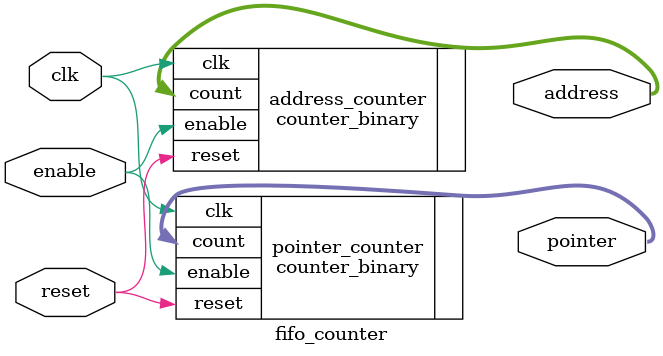
<source format=sv>
`ifndef FIFO_COUNTER_SV
`define FIFO_COUNTER_SV

`timescale 1ns / 1ps

module fifo_counter #(
    parameter logic [31:0] DATA_WIDTH = 8,
    parameter logic [31:0] DEPTH = 8
) (
    input logic clk,
    input logic reset,
    input logic enable,

    output logic [$clog2(DATA_WIDTH*DEPTH)-1:0] address,
    output logic [$clog2(DEPTH)-1:0] pointer
);
    counter_binary #(
        .MAX_VALUE(DEPTH - 1),
        .INCREMENT(1)
    ) pointer_counter (
        .clk,
        .reset,
        .enable,
        .count(pointer)
    );

    counter_binary #(
        .MAX_VALUE(DATA_WIDTH * (DEPTH - 1)),
        .INCREMENT(DATA_WIDTH)
    ) address_counter (
        .clk,
        .reset,
        .enable,
        .count(address)
    );

endmodule

`endif

</source>
